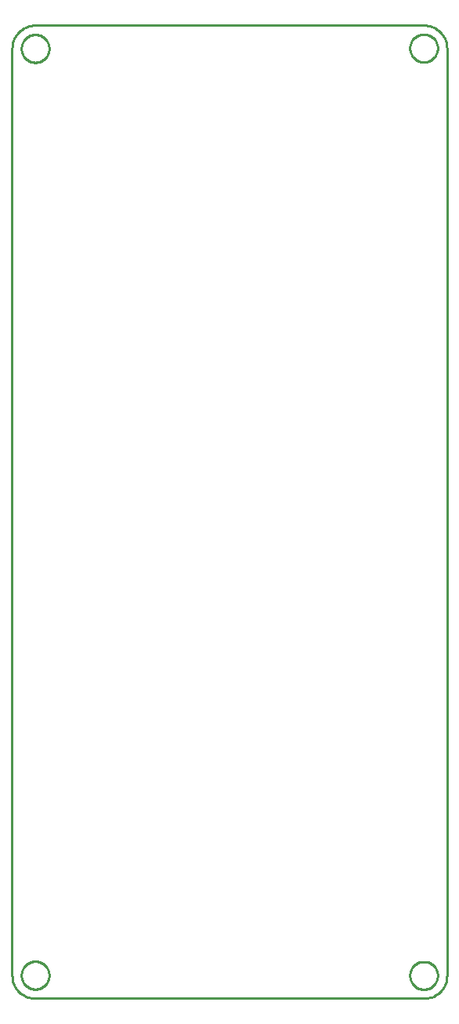
<source format=gbr>
G04 EAGLE Gerber RS-274X export*
G75*
%MOMM*%
%FSLAX34Y34*%
%LPD*%
%IN*%
%IPPOS*%
%AMOC8*
5,1,8,0,0,1.08239X$1,22.5*%
G01*
G04 Define Apertures*
%ADD10C,0.254000*%
D10*
X0Y25000D02*
X95Y22821D01*
X380Y20659D01*
X852Y18530D01*
X1508Y16450D01*
X2342Y14435D01*
X3349Y12500D01*
X4521Y10661D01*
X5849Y8930D01*
X7322Y7322D01*
X8930Y5849D01*
X10661Y4521D01*
X12500Y3349D01*
X14435Y2342D01*
X16450Y1508D01*
X18530Y852D01*
X20659Y380D01*
X22821Y95D01*
X25000Y0D01*
X445000Y0D01*
X447179Y95D01*
X449341Y380D01*
X451470Y852D01*
X453551Y1508D01*
X455565Y2342D01*
X457500Y3349D01*
X459339Y4521D01*
X461070Y5849D01*
X462678Y7322D01*
X464151Y8930D01*
X465479Y10661D01*
X466651Y12500D01*
X467658Y14435D01*
X468492Y16450D01*
X469148Y18530D01*
X469620Y20659D01*
X469905Y22821D01*
X470000Y25000D01*
X470000Y1025000D01*
X469905Y1027179D01*
X469620Y1029341D01*
X469148Y1031470D01*
X468492Y1033551D01*
X467658Y1035565D01*
X466651Y1037500D01*
X465479Y1039339D01*
X464151Y1041070D01*
X462678Y1042678D01*
X461070Y1044151D01*
X459339Y1045479D01*
X457500Y1046651D01*
X455565Y1047658D01*
X453551Y1048492D01*
X451470Y1049148D01*
X449341Y1049620D01*
X447179Y1049905D01*
X445000Y1050000D01*
X25000Y1050000D01*
X22821Y1049905D01*
X20659Y1049620D01*
X18530Y1049148D01*
X16450Y1048492D01*
X14435Y1047658D01*
X12500Y1046651D01*
X10661Y1045479D01*
X8930Y1044151D01*
X7322Y1042678D01*
X5849Y1041070D01*
X4521Y1039339D01*
X3349Y1037500D01*
X2342Y1035565D01*
X1508Y1033551D01*
X852Y1031470D01*
X380Y1029341D01*
X95Y1027179D01*
X0Y1025000D01*
X0Y25000D01*
X460000Y1024800D02*
X460000Y1025871D01*
X459924Y1026940D01*
X459771Y1028001D01*
X459543Y1029048D01*
X459241Y1030076D01*
X458867Y1031080D01*
X458422Y1032054D01*
X457908Y1032995D01*
X457329Y1033896D01*
X456687Y1034754D01*
X455985Y1035563D01*
X455228Y1036321D01*
X454418Y1037023D01*
X453560Y1037665D01*
X452659Y1038244D01*
X451719Y1038758D01*
X450744Y1039203D01*
X449740Y1039577D01*
X448712Y1039879D01*
X447665Y1040107D01*
X446604Y1040259D01*
X445536Y1040336D01*
X444464Y1040336D01*
X443396Y1040259D01*
X442335Y1040107D01*
X441288Y1039879D01*
X440260Y1039577D01*
X439256Y1039203D01*
X438281Y1038758D01*
X437341Y1038244D01*
X436440Y1037665D01*
X435582Y1037023D01*
X434772Y1036321D01*
X434015Y1035563D01*
X433313Y1034754D01*
X432671Y1033896D01*
X432092Y1032995D01*
X431578Y1032054D01*
X431133Y1031080D01*
X430759Y1030076D01*
X430457Y1029048D01*
X430229Y1028001D01*
X430076Y1026940D01*
X430000Y1025871D01*
X430000Y1024800D01*
X430076Y1023731D01*
X430229Y1022671D01*
X430457Y1021624D01*
X430759Y1020596D01*
X431133Y1019592D01*
X431578Y1018617D01*
X432092Y1017677D01*
X432671Y1016775D01*
X433313Y1015918D01*
X434015Y1015108D01*
X434772Y1014350D01*
X435582Y1013649D01*
X436440Y1013007D01*
X437341Y1012427D01*
X438281Y1011914D01*
X439256Y1011469D01*
X440260Y1011094D01*
X441288Y1010792D01*
X442335Y1010565D01*
X443396Y1010412D01*
X444464Y1010336D01*
X445536Y1010336D01*
X446604Y1010412D01*
X447665Y1010565D01*
X448712Y1010792D01*
X449740Y1011094D01*
X450744Y1011469D01*
X451719Y1011914D01*
X452659Y1012427D01*
X453560Y1013007D01*
X454418Y1013649D01*
X455228Y1014350D01*
X455985Y1015108D01*
X456687Y1015918D01*
X457329Y1016775D01*
X457908Y1017677D01*
X458422Y1018617D01*
X458867Y1019592D01*
X459241Y1020596D01*
X459543Y1021624D01*
X459771Y1022671D01*
X459924Y1023731D01*
X460000Y1024800D01*
X460000Y24138D02*
X460000Y25210D01*
X459924Y26279D01*
X459771Y27339D01*
X459543Y28386D01*
X459241Y29414D01*
X458867Y30418D01*
X458422Y31393D01*
X457908Y32333D01*
X457329Y33234D01*
X456687Y34092D01*
X455985Y34902D01*
X455228Y35660D01*
X454418Y36361D01*
X453560Y37003D01*
X452659Y37583D01*
X451719Y38096D01*
X450744Y38541D01*
X449740Y38916D01*
X448712Y39217D01*
X447665Y39445D01*
X446604Y39598D01*
X445536Y39674D01*
X444464Y39674D01*
X443396Y39598D01*
X442335Y39445D01*
X441288Y39217D01*
X440260Y38916D01*
X439256Y38541D01*
X438281Y38096D01*
X437341Y37583D01*
X436440Y37003D01*
X435582Y36361D01*
X434772Y35660D01*
X434015Y34902D01*
X433313Y34092D01*
X432671Y33234D01*
X432092Y32333D01*
X431578Y31393D01*
X431133Y30418D01*
X430759Y29414D01*
X430457Y28386D01*
X430229Y27339D01*
X430076Y26279D01*
X430000Y25210D01*
X430000Y24138D01*
X430076Y23070D01*
X430229Y22009D01*
X430457Y20962D01*
X430759Y19934D01*
X431133Y18930D01*
X431578Y17956D01*
X432092Y17015D01*
X432671Y16114D01*
X433313Y15256D01*
X434015Y14446D01*
X434772Y13689D01*
X435582Y12987D01*
X436440Y12345D01*
X437341Y11766D01*
X438281Y11252D01*
X439256Y10807D01*
X440260Y10433D01*
X441288Y10131D01*
X442335Y9903D01*
X443396Y9751D01*
X444464Y9674D01*
X445536Y9674D01*
X446604Y9751D01*
X447665Y9903D01*
X448712Y10131D01*
X449740Y10433D01*
X450744Y10807D01*
X451719Y11252D01*
X452659Y11766D01*
X453560Y12345D01*
X454418Y12987D01*
X455228Y13689D01*
X455985Y14446D01*
X456687Y15256D01*
X457329Y16114D01*
X457908Y17015D01*
X458422Y17956D01*
X458867Y18930D01*
X459241Y19934D01*
X459543Y20962D01*
X459771Y22009D01*
X459924Y23070D01*
X460000Y24138D01*
X40000Y24464D02*
X40000Y25536D01*
X39924Y26604D01*
X39771Y27665D01*
X39543Y28712D01*
X39241Y29740D01*
X38867Y30744D01*
X38422Y31719D01*
X37908Y32659D01*
X37329Y33560D01*
X36687Y34418D01*
X35985Y35228D01*
X35228Y35985D01*
X34418Y36687D01*
X33560Y37329D01*
X32659Y37908D01*
X31719Y38422D01*
X30744Y38867D01*
X29740Y39241D01*
X28712Y39543D01*
X27665Y39771D01*
X26604Y39924D01*
X25536Y40000D01*
X24464Y40000D01*
X23396Y39924D01*
X22335Y39771D01*
X21288Y39543D01*
X20260Y39241D01*
X19256Y38867D01*
X18281Y38422D01*
X17341Y37908D01*
X16440Y37329D01*
X15582Y36687D01*
X14772Y35985D01*
X14015Y35228D01*
X13313Y34418D01*
X12671Y33560D01*
X12092Y32659D01*
X11578Y31719D01*
X11133Y30744D01*
X10759Y29740D01*
X10457Y28712D01*
X10229Y27665D01*
X10076Y26604D01*
X10000Y25536D01*
X10000Y24464D01*
X10076Y23396D01*
X10229Y22335D01*
X10457Y21288D01*
X10759Y20260D01*
X11133Y19256D01*
X11578Y18281D01*
X12092Y17341D01*
X12671Y16440D01*
X13313Y15582D01*
X14015Y14772D01*
X14772Y14015D01*
X15582Y13313D01*
X16440Y12671D01*
X17341Y12092D01*
X18281Y11578D01*
X19256Y11133D01*
X20260Y10759D01*
X21288Y10457D01*
X22335Y10229D01*
X23396Y10076D01*
X24464Y10000D01*
X25536Y10000D01*
X26604Y10076D01*
X27665Y10229D01*
X28712Y10457D01*
X29740Y10759D01*
X30744Y11133D01*
X31719Y11578D01*
X32659Y12092D01*
X33560Y12671D01*
X34418Y13313D01*
X35228Y14015D01*
X35985Y14772D01*
X36687Y15582D01*
X37329Y16440D01*
X37908Y17341D01*
X38422Y18281D01*
X38867Y19256D01*
X39241Y20260D01*
X39543Y21288D01*
X39771Y22335D01*
X39924Y23396D01*
X40000Y24464D01*
X40000Y1024464D02*
X40000Y1025536D01*
X39924Y1026604D01*
X39771Y1027665D01*
X39543Y1028712D01*
X39241Y1029740D01*
X38867Y1030744D01*
X38422Y1031719D01*
X37908Y1032659D01*
X37329Y1033560D01*
X36687Y1034418D01*
X35985Y1035228D01*
X35228Y1035985D01*
X34418Y1036687D01*
X33560Y1037329D01*
X32659Y1037908D01*
X31719Y1038422D01*
X30744Y1038867D01*
X29740Y1039241D01*
X28712Y1039543D01*
X27665Y1039771D01*
X26604Y1039924D01*
X25536Y1040000D01*
X24464Y1040000D01*
X23396Y1039924D01*
X22335Y1039771D01*
X21288Y1039543D01*
X20260Y1039241D01*
X19256Y1038867D01*
X18281Y1038422D01*
X17341Y1037908D01*
X16440Y1037329D01*
X15582Y1036687D01*
X14772Y1035985D01*
X14015Y1035228D01*
X13313Y1034418D01*
X12671Y1033560D01*
X12092Y1032659D01*
X11578Y1031719D01*
X11133Y1030744D01*
X10759Y1029740D01*
X10457Y1028712D01*
X10229Y1027665D01*
X10076Y1026604D01*
X10000Y1025536D01*
X10000Y1024464D01*
X10076Y1023396D01*
X10229Y1022335D01*
X10457Y1021288D01*
X10759Y1020260D01*
X11133Y1019256D01*
X11578Y1018281D01*
X12092Y1017341D01*
X12671Y1016440D01*
X13313Y1015582D01*
X14015Y1014772D01*
X14772Y1014015D01*
X15582Y1013313D01*
X16440Y1012671D01*
X17341Y1012092D01*
X18281Y1011578D01*
X19256Y1011133D01*
X20260Y1010759D01*
X21288Y1010457D01*
X22335Y1010229D01*
X23396Y1010076D01*
X24464Y1010000D01*
X25536Y1010000D01*
X26604Y1010076D01*
X27665Y1010229D01*
X28712Y1010457D01*
X29740Y1010759D01*
X30744Y1011133D01*
X31719Y1011578D01*
X32659Y1012092D01*
X33560Y1012671D01*
X34418Y1013313D01*
X35228Y1014015D01*
X35985Y1014772D01*
X36687Y1015582D01*
X37329Y1016440D01*
X37908Y1017341D01*
X38422Y1018281D01*
X38867Y1019256D01*
X39241Y1020260D01*
X39543Y1021288D01*
X39771Y1022335D01*
X39924Y1023396D01*
X40000Y1024464D01*
M02*

</source>
